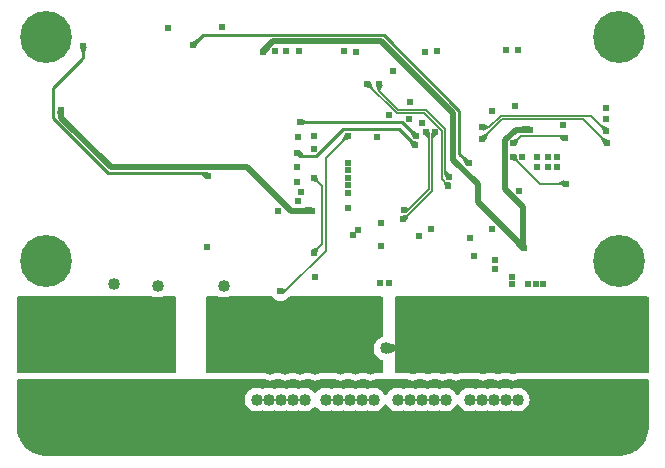
<source format=gbr>
%TF.GenerationSoftware,KiCad,Pcbnew,8.0.3-8.0.3-0~ubuntu24.04.1*%
%TF.CreationDate,2024-07-11T14:27:15+08:00*%
%TF.ProjectId,CawBMS,43617742-4d53-42e6-9b69-6361645f7063,rev?*%
%TF.SameCoordinates,Original*%
%TF.FileFunction,Copper,L4,Bot*%
%TF.FilePolarity,Positive*%
%FSLAX46Y46*%
G04 Gerber Fmt 4.6, Leading zero omitted, Abs format (unit mm)*
G04 Created by KiCad (PCBNEW 8.0.3-8.0.3-0~ubuntu24.04.1) date 2024-07-11 14:27:15*
%MOMM*%
%LPD*%
G01*
G04 APERTURE LIST*
G04 Aperture macros list*
%AMRoundRect*
0 Rectangle with rounded corners*
0 $1 Rounding radius*
0 $2 $3 $4 $5 $6 $7 $8 $9 X,Y pos of 4 corners*
0 Add a 4 corners polygon primitive as box body*
4,1,4,$2,$3,$4,$5,$6,$7,$8,$9,$2,$3,0*
0 Add four circle primitives for the rounded corners*
1,1,$1+$1,$2,$3*
1,1,$1+$1,$4,$5*
1,1,$1+$1,$6,$7*
1,1,$1+$1,$8,$9*
0 Add four rect primitives between the rounded corners*
20,1,$1+$1,$2,$3,$4,$5,0*
20,1,$1+$1,$4,$5,$6,$7,0*
20,1,$1+$1,$6,$7,$8,$9,0*
20,1,$1+$1,$8,$9,$2,$3,0*%
G04 Aperture macros list end*
%TA.AperFunction,ComponentPad*%
%ADD10C,0.700000*%
%TD*%
%TA.AperFunction,ComponentPad*%
%ADD11C,4.400000*%
%TD*%
%TA.AperFunction,ComponentPad*%
%ADD12RoundRect,1.500000X-1.000000X-1.000000X1.000000X-1.000000X1.000000X1.000000X-1.000000X1.000000X0*%
%TD*%
%TA.AperFunction,ViaPad*%
%ADD13C,0.609600*%
%TD*%
%TA.AperFunction,ViaPad*%
%ADD14C,1.016000*%
%TD*%
%TA.AperFunction,Conductor*%
%ADD15C,0.508000*%
%TD*%
%TA.AperFunction,Conductor*%
%ADD16C,0.254000*%
%TD*%
%TA.AperFunction,Conductor*%
%ADD17C,0.152400*%
%TD*%
G04 APERTURE END LIST*
D10*
%TO.P,H4,1,1*%
%TO.N,unconnected-(H4-Pad1)*%
X159350000Y-113500000D03*
X159833274Y-112333274D03*
X159833274Y-114666726D03*
X161000000Y-111850000D03*
D11*
X161000000Y-113500000D03*
D10*
X161000000Y-115150000D03*
X162166726Y-112333274D03*
X162166726Y-114666726D03*
X162650000Y-113500000D03*
%TD*%
%TO.P,H2,1,1*%
%TO.N,unconnected-(H2-Pad1)*%
X159350000Y-94500000D03*
X159833274Y-93333274D03*
X159833274Y-95666726D03*
X161000000Y-92850000D03*
D11*
X161000000Y-94500000D03*
D10*
X161000000Y-96150000D03*
X162166726Y-93333274D03*
X162166726Y-95666726D03*
X162650000Y-94500000D03*
%TD*%
%TO.P,H1,1,1*%
%TO.N,unconnected-(H1-Pad1)*%
X110850000Y-94500000D03*
X111333274Y-93333274D03*
X111333274Y-95666726D03*
X112500000Y-92850000D03*
D11*
X112500000Y-94500000D03*
D10*
X112500000Y-96150000D03*
X113666726Y-93333274D03*
X113666726Y-95666726D03*
X114150000Y-94500000D03*
%TD*%
D12*
%TO.P,H7,1,1*%
%TO.N,PACK+*%
X160528000Y-126627000D03*
%TD*%
%TO.P,H8,1,1*%
%TO.N,PACK-*%
X160528000Y-119181000D03*
%TD*%
%TO.P,H6,1,1*%
%TO.N,-BATT*%
X113030000Y-119173000D03*
%TD*%
%TO.P,H5,1,1*%
%TO.N,PACK+*%
X113030000Y-126492000D03*
%TD*%
D10*
%TO.P,H3,1,1*%
%TO.N,unconnected-(H3-Pad1)*%
X110850000Y-113500000D03*
X111333274Y-112333274D03*
X111333274Y-114666726D03*
X112500000Y-111850000D03*
D11*
X112500000Y-113500000D03*
D10*
X112500000Y-115150000D03*
X113666726Y-112333274D03*
X113666726Y-114666726D03*
X114150000Y-113500000D03*
%TD*%
D13*
%TO.N,+3.3V*%
X143250000Y-101490000D03*
X138049000Y-108966000D03*
X154559000Y-115450000D03*
X153289000Y-115443000D03*
X159880000Y-100520000D03*
X133820000Y-103000000D03*
X150210000Y-100830000D03*
X143300000Y-100010000D03*
X138460000Y-111320000D03*
X148732000Y-113106700D03*
X131840000Y-95740000D03*
X151460000Y-95620000D03*
X153924000Y-115443000D03*
X152527000Y-107569000D03*
X133800000Y-108410000D03*
X133760000Y-105530000D03*
X150241000Y-110744000D03*
X144570000Y-95760000D03*
X135128000Y-104013000D03*
X144018000Y-111379000D03*
X137700000Y-95750000D03*
X138890000Y-110860000D03*
%TO.N,GND*%
X140716000Y-115316000D03*
X126111000Y-112302500D03*
X152778012Y-104689298D03*
X155702000Y-105537000D03*
X133860000Y-95720000D03*
X138049000Y-105791000D03*
X152200000Y-100350000D03*
X132830000Y-95720000D03*
X150495000Y-113411000D03*
X140804604Y-112229604D03*
X156210000Y-101996500D03*
X144310000Y-101850000D03*
X138049000Y-107061000D03*
D14*
X118210000Y-115440000D03*
D13*
X151892000Y-114808000D03*
D14*
X121920000Y-115570000D03*
D13*
X145540000Y-95750000D03*
X151892000Y-115443000D03*
X141859000Y-97409000D03*
X127400000Y-93720000D03*
X159880000Y-101500000D03*
X135128000Y-102870000D03*
X150495000Y-114173000D03*
D14*
X127508000Y-115570000D03*
D13*
X145034000Y-110744000D03*
X148336000Y-111506000D03*
X154051000Y-105537000D03*
X141505857Y-101164143D03*
X154940000Y-105537000D03*
X135255000Y-114808000D03*
X133731000Y-106807000D03*
X154051000Y-104648000D03*
X154940000Y-104648000D03*
X155702000Y-104648000D03*
X138049000Y-107696000D03*
X140510000Y-102970000D03*
X138700000Y-95760000D03*
X152470000Y-95620000D03*
X140843000Y-110236000D03*
X132080000Y-109220000D03*
X141478000Y-115316000D03*
X122790000Y-93730000D03*
X134046000Y-107630000D03*
X138049000Y-106426000D03*
X138049000Y-105156000D03*
%TO.N,+5V*%
X130860000Y-95791400D03*
X152908000Y-112395000D03*
X153416000Y-102362000D03*
%TO.N,/BQ76920/VC1*%
X115650000Y-95270000D03*
X126170000Y-106290000D03*
%TO.N,/BQ76920/BAT*%
X113752000Y-100751000D03*
X135001000Y-109220000D03*
%TO.N,/ALERT*%
X138049000Y-102870000D03*
X132320000Y-116050000D03*
%TO.N,Net-(C25-Pad1)*%
X139954000Y-122809000D03*
X137414000Y-122174000D03*
X131445000Y-122809000D03*
X135255000Y-122809000D03*
X132715000Y-122174000D03*
X133985000Y-122174000D03*
X131445000Y-122174000D03*
X137414000Y-122809000D03*
D14*
X127762000Y-120904000D03*
D13*
X132715000Y-122809000D03*
X135255000Y-122174000D03*
X138684000Y-122174000D03*
X139954000Y-122174000D03*
D14*
X127762000Y-117094000D03*
D13*
X133985000Y-122809000D03*
D14*
X127762000Y-118872000D03*
D13*
X138684000Y-122809000D03*
%TO.N,PACK-*%
X150749000Y-122809000D03*
X146050000Y-122809000D03*
X149479000Y-122174000D03*
X147193000Y-122174000D03*
X152019000Y-122809000D03*
D14*
X155702000Y-119380000D03*
X155702000Y-121412000D03*
D13*
X143510000Y-122809000D03*
X149479000Y-122809000D03*
X144780000Y-122809000D03*
X147193000Y-122809000D03*
X146050000Y-122174000D03*
X143510000Y-122174000D03*
X150749000Y-122174000D03*
X144780000Y-122174000D03*
D14*
X141223500Y-120903500D03*
D13*
X152019000Y-122174000D03*
D14*
%TO.N,PACK+*%
X155702000Y-124206000D03*
X155702000Y-126238000D03*
%TO.N,-BATT*%
X121666000Y-119634000D03*
X121666000Y-120904000D03*
X118110000Y-119634000D03*
X118110000Y-121158000D03*
X121666000Y-118364000D03*
D13*
%TO.N,/SWDIO*%
X149410000Y-103180000D03*
X159950000Y-103500000D03*
%TO.N,/SWCLK*%
X149350000Y-102170000D03*
X159930000Y-102490000D03*
D14*
%TO.N,Net-(Q6-D-Pad5)*%
X142240000Y-125222000D03*
X144272000Y-125222000D03*
X136144000Y-125222000D03*
X148336000Y-125222000D03*
X133350000Y-125222000D03*
X152400000Y-125222000D03*
X139192000Y-125222000D03*
X145288000Y-125222000D03*
X149352000Y-125222000D03*
X146304000Y-125222000D03*
X151384000Y-125222000D03*
X134366000Y-125222000D03*
X140208000Y-125222000D03*
X137160000Y-125222000D03*
X130302000Y-125222000D03*
X132334000Y-125222000D03*
X138176000Y-125222000D03*
X150368000Y-125222000D03*
X131318000Y-125222000D03*
X143256000Y-125222000D03*
D13*
%TO.N,/I2C1_SCL*%
X142740143Y-109929857D03*
X145416100Y-102608036D03*
%TO.N,/I2C1_SDA*%
X142772223Y-109194454D03*
X144680000Y-102610000D03*
%TO.N,/LED_A*%
X133950000Y-101740000D03*
X143799667Y-102930110D03*
%TO.N,/LED_B*%
X133760000Y-104340784D03*
X143750000Y-103670000D03*
%TO.N,Net-(U4-TS1)*%
X135128000Y-112776000D03*
X135150000Y-106426000D03*
%TO.N,/KEY_A*%
X124930000Y-95233100D03*
X148290000Y-105240000D03*
%TO.N,/CAN_STB*%
X152042699Y-104655211D03*
X156464000Y-106934000D03*
%TO.N,/CAN_TX*%
X156386960Y-103122302D03*
X152041393Y-103526893D03*
%TO.N,/I2C2_SCL*%
X139690000Y-98490000D03*
X146550404Y-107128358D03*
%TO.N,/I2C2_SDA*%
X146561391Y-106392338D03*
X140700000Y-98480000D03*
%TD*%
D15*
%TO.N,+5V*%
X130860000Y-95750132D02*
X131720132Y-94890000D01*
X131720132Y-94890000D02*
X140840000Y-94890000D01*
X140840000Y-94890000D02*
X146940000Y-100990000D01*
X152905000Y-112395000D02*
X152908000Y-112395000D01*
X146940000Y-100990000D02*
X146940000Y-104922632D01*
X152236418Y-102362000D02*
X153416000Y-102362000D01*
X130860000Y-95791400D02*
X130860000Y-95750132D01*
X149013300Y-106995932D02*
X149013300Y-108503300D01*
X151355593Y-103242825D02*
X152236418Y-102362000D01*
X152900000Y-112387000D02*
X152900000Y-108911868D01*
X146940000Y-104922632D02*
X149013300Y-106995932D01*
X152908000Y-112395000D02*
X152900000Y-112387000D01*
X149013300Y-108503300D02*
X152905000Y-112395000D01*
X151355593Y-107367461D02*
X151355593Y-103242825D01*
X152900000Y-108911868D02*
X151355593Y-107367461D01*
D16*
%TO.N,/BQ76920/VC1*%
X117729000Y-106045000D02*
X113030000Y-101346000D01*
X126170000Y-106290000D02*
X125925000Y-106045000D01*
X115510000Y-96390000D02*
X115650000Y-96250000D01*
X113030000Y-101346000D02*
X113030000Y-98870000D01*
X113030000Y-98870000D02*
X115510000Y-96390000D01*
X125925000Y-106045000D02*
X117729000Y-106045000D01*
X115650000Y-96250000D02*
X115650000Y-95270000D01*
D15*
%TO.N,/BQ76920/BAT*%
X113752000Y-101349580D02*
X113752000Y-100751000D01*
X133190000Y-109220000D02*
X129507000Y-105537000D01*
X129507000Y-105537000D02*
X117939420Y-105537000D01*
X135001000Y-109220000D02*
X133190000Y-109220000D01*
X117939420Y-105537000D02*
X113752000Y-101349580D01*
D17*
%TO.N,/ALERT*%
X136144000Y-104775000D02*
X138049000Y-102870000D01*
X136144000Y-112606697D02*
X136144000Y-104775000D01*
X132700697Y-116050000D02*
X136144000Y-112606697D01*
X132320000Y-116050000D02*
X132700697Y-116050000D01*
D15*
%TO.N,PACK-*%
X142233500Y-120903500D02*
X143504000Y-122174000D01*
X141223500Y-120903500D02*
X142233500Y-120903500D01*
X143504000Y-122174000D02*
X143510000Y-122174000D01*
D17*
%TO.N,/SWDIO*%
X151101500Y-101488500D02*
X157938500Y-101488500D01*
X157938500Y-101488500D02*
X159950000Y-103500000D01*
X149410000Y-103180000D02*
X151101500Y-101488500D01*
%TO.N,/SWCLK*%
X150985769Y-101209100D02*
X158649100Y-101209100D01*
X158649100Y-101209100D02*
X159930000Y-102490000D01*
X149350000Y-102170000D02*
X150024868Y-102170000D01*
X150024868Y-102170000D02*
X150985769Y-101209100D01*
%TO.N,/I2C1_SCL*%
X142800143Y-109929857D02*
X142740143Y-109929857D01*
X145186400Y-102837736D02*
X145186400Y-107543599D01*
X145186400Y-107543599D02*
X142800143Y-109929857D01*
X145416100Y-102608036D02*
X145186400Y-102837736D01*
%TO.N,/I2C1_SDA*%
X144680000Y-102610000D02*
X144907000Y-102837000D01*
X144907000Y-102837000D02*
X144907000Y-107427868D01*
X143140414Y-109194454D02*
X142772223Y-109194454D01*
X144907000Y-107427868D02*
X143140414Y-109194454D01*
D16*
%TO.N,/LED_A*%
X142609557Y-101740000D02*
X133950000Y-101740000D01*
X143799667Y-102930110D02*
X142609557Y-101740000D01*
%TO.N,/LED_B*%
X133999216Y-104580000D02*
X135351263Y-104580000D01*
X137620063Y-102311200D02*
X142391200Y-102311200D01*
X142391200Y-102311200D02*
X143750000Y-103670000D01*
X135351263Y-104580000D02*
X137620063Y-102311200D01*
X133760000Y-104340784D02*
X133999216Y-104580000D01*
D17*
%TO.N,Net-(U4-TS1)*%
X135864600Y-112039400D02*
X135128000Y-112776000D01*
X135150000Y-106426000D02*
X135864600Y-107140600D01*
X135864600Y-107140600D02*
X135864600Y-112039400D01*
D16*
%TO.N,/KEY_A*%
X147460000Y-100760000D02*
X141070000Y-94370000D01*
X125793100Y-94370000D02*
X124930000Y-95233100D01*
X148290000Y-105240000D02*
X147460000Y-104410000D01*
X141070000Y-94370000D02*
X125793100Y-94370000D01*
X147460000Y-104410000D02*
X147460000Y-100760000D01*
D17*
%TO.N,/CAN_STB*%
X154305000Y-106934000D02*
X156464000Y-106934000D01*
X152042699Y-104655211D02*
X152042699Y-104671699D01*
X152042699Y-104671699D02*
X154305000Y-106934000D01*
%TO.N,/CAN_TX*%
X156134658Y-102870000D02*
X156386960Y-103122302D01*
X152698286Y-102870000D02*
X156134658Y-102870000D01*
X152041393Y-103526893D02*
X152698286Y-102870000D01*
%TO.N,/I2C2_SCL*%
X146000000Y-102470000D02*
X144512000Y-100982000D01*
X142182000Y-100982000D02*
X139690000Y-98490000D01*
X146000000Y-106577954D02*
X146000000Y-102470000D01*
X146550404Y-107128358D02*
X146000000Y-106577954D01*
X144512000Y-100982000D02*
X142182000Y-100982000D01*
%TO.N,/I2C2_SDA*%
X140700000Y-99104868D02*
X140700000Y-98480000D01*
X142297732Y-100702600D02*
X140700000Y-99104868D01*
X146561391Y-106392338D02*
X146279400Y-106110347D01*
X144627732Y-100702600D02*
X142297732Y-100702600D01*
X146279400Y-102354269D02*
X144627732Y-100702600D01*
X146279400Y-106110347D02*
X146279400Y-102354269D01*
%TD*%
%TA.AperFunction,Conductor*%
%TO.N,Net-(C25-Pad1)*%
G36*
X127117224Y-116505339D02*
G01*
X127120193Y-116506239D01*
X127120196Y-116506241D01*
X127310299Y-116563908D01*
X127310298Y-116563908D01*
X127328024Y-116565653D01*
X127508000Y-116583380D01*
X127705701Y-116563908D01*
X127895804Y-116506241D01*
X127895805Y-116506239D01*
X127898776Y-116505339D01*
X127934771Y-116500000D01*
X131583144Y-116500000D01*
X131650183Y-116519685D01*
X131680921Y-116550739D01*
X131682064Y-116549828D01*
X131686407Y-116555274D01*
X131814725Y-116683592D01*
X131814731Y-116683597D01*
X131968374Y-116780138D01*
X131968377Y-116780140D01*
X131968381Y-116780141D01*
X131968382Y-116780142D01*
X132139670Y-116840078D01*
X132139675Y-116840079D01*
X132319996Y-116860396D01*
X132320000Y-116860396D01*
X132320004Y-116860396D01*
X132500324Y-116840079D01*
X132500327Y-116840078D01*
X132500330Y-116840078D01*
X132671618Y-116780142D01*
X132825274Y-116683593D01*
X132845074Y-116663791D01*
X132866755Y-116646496D01*
X132870945Y-116643863D01*
X132958890Y-116569171D01*
X132977149Y-116556305D01*
X133040579Y-116519685D01*
X133045902Y-116516612D01*
X133107900Y-116500000D01*
X140876000Y-116500000D01*
X140943039Y-116519685D01*
X140988794Y-116572489D01*
X141000000Y-116624000D01*
X141000000Y-119825453D01*
X140980315Y-119892492D01*
X140927511Y-119938247D01*
X140911996Y-119944113D01*
X140835694Y-119967259D01*
X140660501Y-120060901D01*
X140660494Y-120060905D01*
X140506931Y-120186931D01*
X140380905Y-120340494D01*
X140380901Y-120340501D01*
X140287260Y-120515691D01*
X140229591Y-120705800D01*
X140210120Y-120903500D01*
X140229591Y-121101199D01*
X140287260Y-121291308D01*
X140380901Y-121466498D01*
X140380905Y-121466505D01*
X140506931Y-121620068D01*
X140553152Y-121658000D01*
X140660496Y-121746095D01*
X140835696Y-121839741D01*
X140911997Y-121862886D01*
X140970434Y-121901183D01*
X140998890Y-121964995D01*
X141000000Y-121981546D01*
X141000000Y-122870500D01*
X140980315Y-122937539D01*
X140927511Y-122983294D01*
X140876000Y-122994500D01*
X140403636Y-122994500D01*
X140403629Y-122994501D01*
X140263687Y-123014257D01*
X140263686Y-123014257D01*
X140197723Y-123033262D01*
X140197722Y-123033262D01*
X140119643Y-123068199D01*
X140109953Y-123072054D01*
X140034324Y-123098518D01*
X140007254Y-123104696D01*
X139973852Y-123108460D01*
X139967880Y-123109133D01*
X139940118Y-123109133D01*
X139900745Y-123104696D01*
X139873688Y-123098522D01*
X139870492Y-123097404D01*
X139870485Y-123097402D01*
X139798032Y-123072050D01*
X139788340Y-123068193D01*
X139710284Y-123033265D01*
X139710282Y-123033264D01*
X139710281Y-123033264D01*
X139688290Y-123026928D01*
X139644310Y-123014257D01*
X139522426Y-122997050D01*
X139504364Y-122994500D01*
X139133636Y-122994500D01*
X139133629Y-122994501D01*
X138993687Y-123014257D01*
X138993686Y-123014257D01*
X138927723Y-123033262D01*
X138927722Y-123033262D01*
X138849643Y-123068199D01*
X138839953Y-123072054D01*
X138764324Y-123098518D01*
X138737254Y-123104696D01*
X138703852Y-123108460D01*
X138697880Y-123109133D01*
X138670118Y-123109133D01*
X138630745Y-123104696D01*
X138603688Y-123098522D01*
X138600492Y-123097404D01*
X138600485Y-123097402D01*
X138528032Y-123072050D01*
X138518340Y-123068193D01*
X138440284Y-123033265D01*
X138440282Y-123033264D01*
X138440281Y-123033264D01*
X138418290Y-123026928D01*
X138374310Y-123014257D01*
X138252426Y-122997050D01*
X138234364Y-122994500D01*
X137863636Y-122994500D01*
X137863629Y-122994501D01*
X137723687Y-123014257D01*
X137723686Y-123014257D01*
X137657723Y-123033262D01*
X137657722Y-123033262D01*
X137579643Y-123068199D01*
X137569953Y-123072054D01*
X137494324Y-123098518D01*
X137467254Y-123104696D01*
X137433852Y-123108460D01*
X137427880Y-123109133D01*
X137400118Y-123109133D01*
X137360745Y-123104696D01*
X137333688Y-123098522D01*
X137330492Y-123097404D01*
X137330485Y-123097402D01*
X137258032Y-123072050D01*
X137248340Y-123068193D01*
X137170284Y-123033265D01*
X137170282Y-123033264D01*
X137170281Y-123033264D01*
X137148290Y-123026928D01*
X137104310Y-123014257D01*
X136982426Y-122997050D01*
X136964364Y-122994500D01*
X135704636Y-122994500D01*
X135704629Y-122994501D01*
X135564687Y-123014257D01*
X135564686Y-123014257D01*
X135498723Y-123033262D01*
X135498722Y-123033262D01*
X135420643Y-123068199D01*
X135410953Y-123072054D01*
X135335324Y-123098518D01*
X135308254Y-123104696D01*
X135274852Y-123108460D01*
X135268880Y-123109133D01*
X135241118Y-123109133D01*
X135201745Y-123104696D01*
X135174688Y-123098522D01*
X135171492Y-123097404D01*
X135171485Y-123097402D01*
X135099032Y-123072050D01*
X135089340Y-123068193D01*
X135011284Y-123033265D01*
X135011282Y-123033264D01*
X135011281Y-123033264D01*
X134989290Y-123026928D01*
X134945310Y-123014257D01*
X134823426Y-122997050D01*
X134805364Y-122994500D01*
X134434636Y-122994500D01*
X134434629Y-122994501D01*
X134294687Y-123014257D01*
X134294686Y-123014257D01*
X134228723Y-123033262D01*
X134228722Y-123033262D01*
X134150643Y-123068199D01*
X134140953Y-123072054D01*
X134065324Y-123098518D01*
X134038254Y-123104696D01*
X134004852Y-123108460D01*
X133998880Y-123109133D01*
X133971118Y-123109133D01*
X133931745Y-123104696D01*
X133904688Y-123098522D01*
X133901492Y-123097404D01*
X133901485Y-123097402D01*
X133829032Y-123072050D01*
X133819340Y-123068193D01*
X133741284Y-123033265D01*
X133741282Y-123033264D01*
X133741281Y-123033264D01*
X133719290Y-123026928D01*
X133675310Y-123014257D01*
X133553426Y-122997050D01*
X133535364Y-122994500D01*
X133164636Y-122994500D01*
X133164629Y-122994501D01*
X133024687Y-123014257D01*
X133024686Y-123014257D01*
X132958723Y-123033262D01*
X132958722Y-123033262D01*
X132880643Y-123068199D01*
X132870953Y-123072054D01*
X132795324Y-123098518D01*
X132768254Y-123104696D01*
X132734852Y-123108460D01*
X132728880Y-123109133D01*
X132701118Y-123109133D01*
X132661745Y-123104696D01*
X132634688Y-123098522D01*
X132631492Y-123097404D01*
X132631485Y-123097402D01*
X132559032Y-123072050D01*
X132549340Y-123068193D01*
X132471284Y-123033265D01*
X132471282Y-123033264D01*
X132471281Y-123033264D01*
X132449290Y-123026928D01*
X132405310Y-123014257D01*
X132283426Y-122997050D01*
X132265364Y-122994500D01*
X131894636Y-122994500D01*
X131894629Y-122994501D01*
X131754687Y-123014257D01*
X131754686Y-123014257D01*
X131688723Y-123033262D01*
X131688722Y-123033262D01*
X131610643Y-123068199D01*
X131600953Y-123072054D01*
X131525324Y-123098518D01*
X131498254Y-123104696D01*
X131464852Y-123108460D01*
X131458880Y-123109133D01*
X131431118Y-123109133D01*
X131391745Y-123104696D01*
X131364688Y-123098522D01*
X131361492Y-123097404D01*
X131361485Y-123097402D01*
X131289032Y-123072050D01*
X131279340Y-123068193D01*
X131201284Y-123033265D01*
X131201282Y-123033264D01*
X131201281Y-123033264D01*
X131179290Y-123026928D01*
X131135310Y-123014257D01*
X131013426Y-122997050D01*
X130995364Y-122994500D01*
X126124000Y-122994500D01*
X126056961Y-122974815D01*
X126011206Y-122922011D01*
X126000000Y-122870500D01*
X126000000Y-116624000D01*
X126019685Y-116556961D01*
X126072489Y-116511206D01*
X126124000Y-116500000D01*
X127081229Y-116500000D01*
X127117224Y-116505339D01*
G37*
%TD.AperFunction*%
%TD*%
%TA.AperFunction,Conductor*%
%TO.N,PACK-*%
G36*
X163443039Y-116519685D02*
G01*
X163488794Y-116572489D01*
X163500000Y-116624000D01*
X163500000Y-122876000D01*
X163480315Y-122943039D01*
X163427511Y-122988794D01*
X163376000Y-123000000D01*
X142124000Y-123000000D01*
X142056961Y-122980315D01*
X142011206Y-122927511D01*
X142000000Y-122876000D01*
X142000000Y-116624000D01*
X142019685Y-116556961D01*
X142072489Y-116511206D01*
X142124000Y-116500000D01*
X163376000Y-116500000D01*
X163443039Y-116519685D01*
G37*
%TD.AperFunction*%
%TD*%
%TA.AperFunction,Conductor*%
%TO.N,-BATT*%
G36*
X121529224Y-116505339D02*
G01*
X121532193Y-116506239D01*
X121532196Y-116506241D01*
X121722299Y-116563908D01*
X121722298Y-116563908D01*
X121740024Y-116565653D01*
X121920000Y-116583380D01*
X122117701Y-116563908D01*
X122307804Y-116506241D01*
X122307805Y-116506239D01*
X122310776Y-116505339D01*
X122346771Y-116500000D01*
X123376000Y-116500000D01*
X123443039Y-116519685D01*
X123488794Y-116572489D01*
X123500000Y-116624000D01*
X123500000Y-122876000D01*
X123480315Y-122943039D01*
X123427511Y-122988794D01*
X123376000Y-123000000D01*
X110124000Y-123000000D01*
X110056961Y-122980315D01*
X110011206Y-122927511D01*
X110000000Y-122876000D01*
X110000000Y-116624000D01*
X110019685Y-116556961D01*
X110072489Y-116511206D01*
X110124000Y-116500000D01*
X121493229Y-116500000D01*
X121529224Y-116505339D01*
G37*
%TD.AperFunction*%
%TD*%
%TA.AperFunction,Conductor*%
%TO.N,PACK+*%
G36*
X131061337Y-123519007D02*
G01*
X131093379Y-123539140D01*
X131093377Y-123539140D01*
X131093381Y-123539141D01*
X131093382Y-123539142D01*
X131204401Y-123577989D01*
X131264670Y-123599078D01*
X131264675Y-123599079D01*
X131444996Y-123619396D01*
X131445000Y-123619396D01*
X131445004Y-123619396D01*
X131625324Y-123599079D01*
X131625327Y-123599078D01*
X131625330Y-123599078D01*
X131796618Y-123539142D01*
X131805093Y-123533816D01*
X131828663Y-123519007D01*
X131894636Y-123500000D01*
X132265364Y-123500000D01*
X132331337Y-123519007D01*
X132363379Y-123539140D01*
X132363377Y-123539140D01*
X132363381Y-123539141D01*
X132363382Y-123539142D01*
X132474401Y-123577989D01*
X132534670Y-123599078D01*
X132534675Y-123599079D01*
X132714996Y-123619396D01*
X132715000Y-123619396D01*
X132715004Y-123619396D01*
X132895324Y-123599079D01*
X132895327Y-123599078D01*
X132895330Y-123599078D01*
X133066618Y-123539142D01*
X133075093Y-123533816D01*
X133098663Y-123519007D01*
X133164636Y-123500000D01*
X133535364Y-123500000D01*
X133601337Y-123519007D01*
X133633379Y-123539140D01*
X133633377Y-123539140D01*
X133633381Y-123539141D01*
X133633382Y-123539142D01*
X133744401Y-123577989D01*
X133804670Y-123599078D01*
X133804675Y-123599079D01*
X133984996Y-123619396D01*
X133985000Y-123619396D01*
X133985004Y-123619396D01*
X134165324Y-123599079D01*
X134165327Y-123599078D01*
X134165330Y-123599078D01*
X134336618Y-123539142D01*
X134345093Y-123533816D01*
X134368663Y-123519007D01*
X134434636Y-123500000D01*
X134805364Y-123500000D01*
X134871337Y-123519007D01*
X134903379Y-123539140D01*
X134903377Y-123539140D01*
X134903381Y-123539141D01*
X134903382Y-123539142D01*
X135014401Y-123577989D01*
X135074670Y-123599078D01*
X135074675Y-123599079D01*
X135254996Y-123619396D01*
X135255000Y-123619396D01*
X135255004Y-123619396D01*
X135435324Y-123599079D01*
X135435327Y-123599078D01*
X135435330Y-123599078D01*
X135606618Y-123539142D01*
X135615093Y-123533816D01*
X135638663Y-123519007D01*
X135704636Y-123500000D01*
X136964364Y-123500000D01*
X137030337Y-123519007D01*
X137062379Y-123539140D01*
X137062377Y-123539140D01*
X137062381Y-123539141D01*
X137062382Y-123539142D01*
X137173401Y-123577989D01*
X137233670Y-123599078D01*
X137233675Y-123599079D01*
X137413996Y-123619396D01*
X137414000Y-123619396D01*
X137414004Y-123619396D01*
X137594324Y-123599079D01*
X137594327Y-123599078D01*
X137594330Y-123599078D01*
X137765618Y-123539142D01*
X137774093Y-123533816D01*
X137797663Y-123519007D01*
X137863636Y-123500000D01*
X138234364Y-123500000D01*
X138300337Y-123519007D01*
X138332379Y-123539140D01*
X138332377Y-123539140D01*
X138332381Y-123539141D01*
X138332382Y-123539142D01*
X138443401Y-123577989D01*
X138503670Y-123599078D01*
X138503675Y-123599079D01*
X138683996Y-123619396D01*
X138684000Y-123619396D01*
X138684004Y-123619396D01*
X138864324Y-123599079D01*
X138864327Y-123599078D01*
X138864330Y-123599078D01*
X139035618Y-123539142D01*
X139044093Y-123533816D01*
X139067663Y-123519007D01*
X139133636Y-123500000D01*
X139504364Y-123500000D01*
X139570337Y-123519007D01*
X139602379Y-123539140D01*
X139602377Y-123539140D01*
X139602381Y-123539141D01*
X139602382Y-123539142D01*
X139713401Y-123577989D01*
X139773670Y-123599078D01*
X139773675Y-123599079D01*
X139953996Y-123619396D01*
X139954000Y-123619396D01*
X139954004Y-123619396D01*
X140134324Y-123599079D01*
X140134327Y-123599078D01*
X140134330Y-123599078D01*
X140305618Y-123539142D01*
X140314093Y-123533816D01*
X140337663Y-123519007D01*
X140403636Y-123500000D01*
X142076877Y-123500000D01*
X142094523Y-123501262D01*
X142097650Y-123501711D01*
X142124000Y-123505500D01*
X143069117Y-123505500D01*
X143135090Y-123524507D01*
X143158379Y-123539140D01*
X143158377Y-123539140D01*
X143158381Y-123539141D01*
X143158382Y-123539142D01*
X143269401Y-123577989D01*
X143329670Y-123599078D01*
X143329675Y-123599079D01*
X143509996Y-123619396D01*
X143510000Y-123619396D01*
X143510004Y-123619396D01*
X143690324Y-123599079D01*
X143690327Y-123599078D01*
X143690330Y-123599078D01*
X143861618Y-123539142D01*
X143867831Y-123535237D01*
X143884910Y-123524507D01*
X143950883Y-123505500D01*
X144339117Y-123505500D01*
X144405090Y-123524507D01*
X144428379Y-123539140D01*
X144428377Y-123539140D01*
X144428381Y-123539141D01*
X144428382Y-123539142D01*
X144539401Y-123577989D01*
X144599670Y-123599078D01*
X144599675Y-123599079D01*
X144779996Y-123619396D01*
X144780000Y-123619396D01*
X144780004Y-123619396D01*
X144960324Y-123599079D01*
X144960327Y-123599078D01*
X144960330Y-123599078D01*
X145131618Y-123539142D01*
X145137831Y-123535237D01*
X145154910Y-123524507D01*
X145220883Y-123505500D01*
X145609117Y-123505500D01*
X145675090Y-123524507D01*
X145698379Y-123539140D01*
X145698377Y-123539140D01*
X145698381Y-123539141D01*
X145698382Y-123539142D01*
X145809401Y-123577989D01*
X145869670Y-123599078D01*
X145869675Y-123599079D01*
X146049996Y-123619396D01*
X146050000Y-123619396D01*
X146050004Y-123619396D01*
X146230324Y-123599079D01*
X146230327Y-123599078D01*
X146230330Y-123599078D01*
X146401618Y-123539142D01*
X146407831Y-123535237D01*
X146424910Y-123524507D01*
X146490883Y-123505500D01*
X146752117Y-123505500D01*
X146818090Y-123524507D01*
X146841379Y-123539140D01*
X146841377Y-123539140D01*
X146841381Y-123539141D01*
X146841382Y-123539142D01*
X146952401Y-123577989D01*
X147012670Y-123599078D01*
X147012675Y-123599079D01*
X147192996Y-123619396D01*
X147193000Y-123619396D01*
X147193004Y-123619396D01*
X147373324Y-123599079D01*
X147373327Y-123599078D01*
X147373330Y-123599078D01*
X147544618Y-123539142D01*
X147550831Y-123535237D01*
X147567910Y-123524507D01*
X147633883Y-123505500D01*
X149038117Y-123505500D01*
X149104090Y-123524507D01*
X149127379Y-123539140D01*
X149127377Y-123539140D01*
X149127381Y-123539141D01*
X149127382Y-123539142D01*
X149238401Y-123577989D01*
X149298670Y-123599078D01*
X149298675Y-123599079D01*
X149478996Y-123619396D01*
X149479000Y-123619396D01*
X149479004Y-123619396D01*
X149659324Y-123599079D01*
X149659327Y-123599078D01*
X149659330Y-123599078D01*
X149830618Y-123539142D01*
X149836831Y-123535237D01*
X149853910Y-123524507D01*
X149919883Y-123505500D01*
X150308117Y-123505500D01*
X150374090Y-123524507D01*
X150397379Y-123539140D01*
X150397377Y-123539140D01*
X150397381Y-123539141D01*
X150397382Y-123539142D01*
X150508401Y-123577989D01*
X150568670Y-123599078D01*
X150568675Y-123599079D01*
X150748996Y-123619396D01*
X150749000Y-123619396D01*
X150749004Y-123619396D01*
X150929324Y-123599079D01*
X150929327Y-123599078D01*
X150929330Y-123599078D01*
X151100618Y-123539142D01*
X151106831Y-123535237D01*
X151123910Y-123524507D01*
X151189883Y-123505500D01*
X151578117Y-123505500D01*
X151644090Y-123524507D01*
X151667379Y-123539140D01*
X151667377Y-123539140D01*
X151667381Y-123539141D01*
X151667382Y-123539142D01*
X151778401Y-123577989D01*
X151838670Y-123599078D01*
X151838675Y-123599079D01*
X152018996Y-123619396D01*
X152019000Y-123619396D01*
X152019004Y-123619396D01*
X152199324Y-123599079D01*
X152199327Y-123599078D01*
X152199330Y-123599078D01*
X152370618Y-123539142D01*
X152376831Y-123535237D01*
X152393910Y-123524507D01*
X152459883Y-123505500D01*
X163376000Y-123505500D01*
X163443039Y-123525185D01*
X163488794Y-123577989D01*
X163500000Y-123629500D01*
X163500000Y-127499012D01*
X163499983Y-127501039D01*
X163497440Y-127656571D01*
X163496396Y-127670729D01*
X163455655Y-127980187D01*
X163452491Y-127996096D01*
X163371967Y-128296612D01*
X163366753Y-128311971D01*
X163247696Y-128599400D01*
X163240522Y-128613947D01*
X163084967Y-128883377D01*
X163075956Y-128896863D01*
X162886562Y-129143686D01*
X162875867Y-129155881D01*
X162655881Y-129375867D01*
X162643686Y-129386562D01*
X162396863Y-129575956D01*
X162383377Y-129584967D01*
X162113947Y-129740522D01*
X162099400Y-129747696D01*
X161811971Y-129866753D01*
X161796612Y-129871967D01*
X161496096Y-129952491D01*
X161480187Y-129955655D01*
X161170729Y-129996396D01*
X161156571Y-129997440D01*
X161001040Y-129999983D01*
X160999013Y-130000000D01*
X112500987Y-130000000D01*
X112498960Y-129999983D01*
X112343428Y-129997440D01*
X112329270Y-129996396D01*
X112019812Y-129955655D01*
X112003903Y-129952491D01*
X111703387Y-129871967D01*
X111688028Y-129866753D01*
X111400599Y-129747696D01*
X111386052Y-129740522D01*
X111116622Y-129584967D01*
X111103136Y-129575956D01*
X110856313Y-129386562D01*
X110844118Y-129375867D01*
X110624132Y-129155881D01*
X110613437Y-129143686D01*
X110424043Y-128896863D01*
X110415032Y-128883377D01*
X110259477Y-128613947D01*
X110252303Y-128599400D01*
X110133246Y-128311971D01*
X110128032Y-128296612D01*
X110112921Y-128240218D01*
X110047506Y-127996087D01*
X110044345Y-127980196D01*
X110003602Y-127670718D01*
X110002559Y-127656582D01*
X110000017Y-127501038D01*
X110000000Y-127499012D01*
X110000000Y-125222000D01*
X129288620Y-125222000D01*
X129308091Y-125419699D01*
X129365760Y-125609808D01*
X129459401Y-125784998D01*
X129459405Y-125785005D01*
X129585431Y-125938568D01*
X129738994Y-126064594D01*
X129739001Y-126064598D01*
X129914191Y-126158239D01*
X129914193Y-126158239D01*
X129914196Y-126158241D01*
X130104299Y-126215908D01*
X130104298Y-126215908D01*
X130122024Y-126217653D01*
X130302000Y-126235380D01*
X130499701Y-126215908D01*
X130689804Y-126158241D01*
X130751546Y-126125238D01*
X130819949Y-126110997D01*
X130868452Y-126125238D01*
X130930196Y-126158241D01*
X131120299Y-126215908D01*
X131120298Y-126215908D01*
X131138024Y-126217653D01*
X131318000Y-126235380D01*
X131515701Y-126215908D01*
X131705804Y-126158241D01*
X131767546Y-126125238D01*
X131835949Y-126110997D01*
X131884452Y-126125238D01*
X131946196Y-126158241D01*
X132136299Y-126215908D01*
X132136298Y-126215908D01*
X132154024Y-126217653D01*
X132334000Y-126235380D01*
X132531701Y-126215908D01*
X132721804Y-126158241D01*
X132783546Y-126125238D01*
X132851949Y-126110997D01*
X132900452Y-126125238D01*
X132962196Y-126158241D01*
X133152299Y-126215908D01*
X133152298Y-126215908D01*
X133170024Y-126217653D01*
X133350000Y-126235380D01*
X133547701Y-126215908D01*
X133737804Y-126158241D01*
X133799546Y-126125238D01*
X133867949Y-126110997D01*
X133916452Y-126125238D01*
X133978196Y-126158241D01*
X134168299Y-126215908D01*
X134168298Y-126215908D01*
X134186024Y-126217653D01*
X134366000Y-126235380D01*
X134563701Y-126215908D01*
X134753804Y-126158241D01*
X134929004Y-126064595D01*
X135082568Y-125938568D01*
X135159147Y-125845257D01*
X135216893Y-125805923D01*
X135286737Y-125804052D01*
X135346505Y-125840240D01*
X135350853Y-125845257D01*
X135427431Y-125938568D01*
X135580994Y-126064594D01*
X135581001Y-126064598D01*
X135756191Y-126158239D01*
X135756193Y-126158239D01*
X135756196Y-126158241D01*
X135946299Y-126215908D01*
X135946298Y-126215908D01*
X135964024Y-126217653D01*
X136144000Y-126235380D01*
X136341701Y-126215908D01*
X136531804Y-126158241D01*
X136593546Y-126125238D01*
X136661949Y-126110997D01*
X136710452Y-126125238D01*
X136772196Y-126158241D01*
X136962299Y-126215908D01*
X136962298Y-126215908D01*
X136980024Y-126217653D01*
X137160000Y-126235380D01*
X137357701Y-126215908D01*
X137547804Y-126158241D01*
X137609546Y-126125238D01*
X137677949Y-126110997D01*
X137726452Y-126125238D01*
X137788196Y-126158241D01*
X137978299Y-126215908D01*
X137978298Y-126215908D01*
X137996024Y-126217653D01*
X138176000Y-126235380D01*
X138373701Y-126215908D01*
X138563804Y-126158241D01*
X138625546Y-126125238D01*
X138693949Y-126110997D01*
X138742452Y-126125238D01*
X138804196Y-126158241D01*
X138994299Y-126215908D01*
X138994298Y-126215908D01*
X139012024Y-126217653D01*
X139192000Y-126235380D01*
X139389701Y-126215908D01*
X139579804Y-126158241D01*
X139641546Y-126125238D01*
X139709949Y-126110997D01*
X139758452Y-126125238D01*
X139820196Y-126158241D01*
X140010299Y-126215908D01*
X140010298Y-126215908D01*
X140028024Y-126217653D01*
X140208000Y-126235380D01*
X140405701Y-126215908D01*
X140595804Y-126158241D01*
X140771004Y-126064595D01*
X140924568Y-125938568D01*
X141050595Y-125785004D01*
X141097000Y-125698186D01*
X141114642Y-125665181D01*
X141163604Y-125615337D01*
X141231741Y-125599876D01*
X141297421Y-125623707D01*
X141333358Y-125665181D01*
X141397401Y-125784998D01*
X141397405Y-125785005D01*
X141523431Y-125938568D01*
X141676994Y-126064594D01*
X141677001Y-126064598D01*
X141852191Y-126158239D01*
X141852193Y-126158239D01*
X141852196Y-126158241D01*
X142042299Y-126215908D01*
X142042298Y-126215908D01*
X142060024Y-126217653D01*
X142240000Y-126235380D01*
X142437701Y-126215908D01*
X142627804Y-126158241D01*
X142689546Y-126125238D01*
X142757949Y-126110997D01*
X142806452Y-126125238D01*
X142868196Y-126158241D01*
X143058299Y-126215908D01*
X143058298Y-126215908D01*
X143076024Y-126217653D01*
X143256000Y-126235380D01*
X143453701Y-126215908D01*
X143643804Y-126158241D01*
X143705546Y-126125238D01*
X143773949Y-126110997D01*
X143822452Y-126125238D01*
X143884196Y-126158241D01*
X144074299Y-126215908D01*
X144074298Y-126215908D01*
X144092024Y-126217653D01*
X144272000Y-126235380D01*
X144469701Y-126215908D01*
X144659804Y-126158241D01*
X144721546Y-126125238D01*
X144789949Y-126110997D01*
X144838452Y-126125238D01*
X144900196Y-126158241D01*
X145090299Y-126215908D01*
X145090298Y-126215908D01*
X145108024Y-126217653D01*
X145288000Y-126235380D01*
X145485701Y-126215908D01*
X145675804Y-126158241D01*
X145737546Y-126125238D01*
X145805949Y-126110997D01*
X145854452Y-126125238D01*
X145916196Y-126158241D01*
X146106299Y-126215908D01*
X146106298Y-126215908D01*
X146124024Y-126217653D01*
X146304000Y-126235380D01*
X146501701Y-126215908D01*
X146691804Y-126158241D01*
X146867004Y-126064595D01*
X147020568Y-125938568D01*
X147146595Y-125785004D01*
X147193000Y-125698186D01*
X147210642Y-125665181D01*
X147259604Y-125615337D01*
X147327741Y-125599876D01*
X147393421Y-125623707D01*
X147429358Y-125665181D01*
X147493401Y-125784998D01*
X147493405Y-125785005D01*
X147619431Y-125938568D01*
X147772994Y-126064594D01*
X147773001Y-126064598D01*
X147948191Y-126158239D01*
X147948193Y-126158239D01*
X147948196Y-126158241D01*
X148138299Y-126215908D01*
X148138298Y-126215908D01*
X148156024Y-126217653D01*
X148336000Y-126235380D01*
X148533701Y-126215908D01*
X148723804Y-126158241D01*
X148785546Y-126125238D01*
X148853949Y-126110997D01*
X148902452Y-126125238D01*
X148964196Y-126158241D01*
X149154299Y-126215908D01*
X149154298Y-126215908D01*
X149172024Y-126217653D01*
X149352000Y-126235380D01*
X149549701Y-126215908D01*
X149739804Y-126158241D01*
X149801546Y-126125238D01*
X149869949Y-126110997D01*
X149918452Y-126125238D01*
X149980196Y-126158241D01*
X150170299Y-126215908D01*
X150170298Y-126215908D01*
X150188024Y-126217653D01*
X150368000Y-126235380D01*
X150565701Y-126215908D01*
X150755804Y-126158241D01*
X150817546Y-126125238D01*
X150885949Y-126110997D01*
X150934452Y-126125238D01*
X150996196Y-126158241D01*
X151186299Y-126215908D01*
X151186298Y-126215908D01*
X151204024Y-126217653D01*
X151384000Y-126235380D01*
X151581701Y-126215908D01*
X151771804Y-126158241D01*
X151833546Y-126125238D01*
X151901949Y-126110997D01*
X151950452Y-126125238D01*
X152012196Y-126158241D01*
X152202299Y-126215908D01*
X152202298Y-126215908D01*
X152220024Y-126217653D01*
X152400000Y-126235380D01*
X152597701Y-126215908D01*
X152787804Y-126158241D01*
X152963004Y-126064595D01*
X153116568Y-125938568D01*
X153242595Y-125785004D01*
X153298782Y-125679884D01*
X153336239Y-125609808D01*
X153336239Y-125609807D01*
X153336241Y-125609804D01*
X153393908Y-125419701D01*
X153413380Y-125222000D01*
X153393908Y-125024299D01*
X153336241Y-124834196D01*
X153336239Y-124834193D01*
X153336239Y-124834191D01*
X153242598Y-124659001D01*
X153242594Y-124658994D01*
X153116568Y-124505431D01*
X152963005Y-124379405D01*
X152962998Y-124379401D01*
X152787808Y-124285760D01*
X152692752Y-124256925D01*
X152597701Y-124228092D01*
X152597699Y-124228091D01*
X152597701Y-124228091D01*
X152400000Y-124208620D01*
X152202302Y-124228091D01*
X152202299Y-124228092D01*
X152012196Y-124285759D01*
X152012192Y-124285760D01*
X152012192Y-124285761D01*
X151950452Y-124318761D01*
X151882049Y-124333002D01*
X151833548Y-124318761D01*
X151807452Y-124304813D01*
X151771804Y-124285759D01*
X151581701Y-124228092D01*
X151581699Y-124228091D01*
X151581697Y-124228091D01*
X151384000Y-124208620D01*
X151186302Y-124228091D01*
X151186299Y-124228092D01*
X150996196Y-124285759D01*
X150996192Y-124285760D01*
X150996192Y-124285761D01*
X150934452Y-124318761D01*
X150866049Y-124333002D01*
X150817548Y-124318761D01*
X150791452Y-124304813D01*
X150755804Y-124285759D01*
X150565701Y-124228092D01*
X150565699Y-124228091D01*
X150565697Y-124228091D01*
X150368000Y-124208620D01*
X150170302Y-124228091D01*
X150170299Y-124228092D01*
X149980196Y-124285759D01*
X149980192Y-124285760D01*
X149980192Y-124285761D01*
X149918452Y-124318761D01*
X149850049Y-124333002D01*
X149801548Y-124318761D01*
X149775452Y-124304813D01*
X149739804Y-124285759D01*
X149549701Y-124228092D01*
X149549699Y-124228091D01*
X149549697Y-124228091D01*
X149352000Y-124208620D01*
X149154302Y-124228091D01*
X149154299Y-124228092D01*
X148964196Y-124285759D01*
X148964192Y-124285760D01*
X148964192Y-124285761D01*
X148902452Y-124318761D01*
X148834049Y-124333002D01*
X148785548Y-124318761D01*
X148759452Y-124304813D01*
X148723804Y-124285759D01*
X148533701Y-124228092D01*
X148533699Y-124228091D01*
X148533697Y-124228091D01*
X148336000Y-124208620D01*
X148138300Y-124228091D01*
X147948191Y-124285760D01*
X147773001Y-124379401D01*
X147772994Y-124379405D01*
X147619431Y-124505431D01*
X147493405Y-124658994D01*
X147493401Y-124659001D01*
X147429358Y-124778818D01*
X147380396Y-124828662D01*
X147312258Y-124844123D01*
X147246579Y-124820291D01*
X147210642Y-124778818D01*
X147146598Y-124659001D01*
X147146594Y-124658994D01*
X147020568Y-124505431D01*
X146867005Y-124379405D01*
X146866998Y-124379401D01*
X146691808Y-124285760D01*
X146596752Y-124256925D01*
X146501701Y-124228092D01*
X146501699Y-124228091D01*
X146501701Y-124228091D01*
X146304000Y-124208620D01*
X146106302Y-124228091D01*
X146106299Y-124228092D01*
X145916196Y-124285759D01*
X145916192Y-124285760D01*
X145916192Y-124285761D01*
X145854452Y-124318761D01*
X145786049Y-124333002D01*
X145737548Y-124318761D01*
X145711452Y-124304813D01*
X145675804Y-124285759D01*
X145485701Y-124228092D01*
X145485699Y-124228091D01*
X145485697Y-124228091D01*
X145288000Y-124208620D01*
X145090302Y-124228091D01*
X145090299Y-124228092D01*
X144900196Y-124285759D01*
X144900192Y-124285760D01*
X144900192Y-124285761D01*
X144838452Y-124318761D01*
X144770049Y-124333002D01*
X144721548Y-124318761D01*
X144695452Y-124304813D01*
X144659804Y-124285759D01*
X144469701Y-124228092D01*
X144469699Y-124228091D01*
X144469697Y-124228091D01*
X144272000Y-124208620D01*
X144074302Y-124228091D01*
X144074299Y-124228092D01*
X143884196Y-124285759D01*
X143884192Y-124285760D01*
X143884192Y-124285761D01*
X143822452Y-124318761D01*
X143754049Y-124333002D01*
X143705548Y-124318761D01*
X143679452Y-124304813D01*
X143643804Y-124285759D01*
X143453701Y-124228092D01*
X143453699Y-124228091D01*
X143453697Y-124228091D01*
X143256000Y-124208620D01*
X143058302Y-124228091D01*
X143058299Y-124228092D01*
X142868196Y-124285759D01*
X142868192Y-124285760D01*
X142868192Y-124285761D01*
X142806452Y-124318761D01*
X142738049Y-124333002D01*
X142689548Y-124318761D01*
X142663452Y-124304813D01*
X142627804Y-124285759D01*
X142437701Y-124228092D01*
X142437699Y-124228091D01*
X142437697Y-124228091D01*
X142240000Y-124208620D01*
X142042300Y-124228091D01*
X141852191Y-124285760D01*
X141677001Y-124379401D01*
X141676994Y-124379405D01*
X141523431Y-124505431D01*
X141397405Y-124658994D01*
X141397401Y-124659001D01*
X141333358Y-124778818D01*
X141284396Y-124828662D01*
X141216258Y-124844123D01*
X141150579Y-124820291D01*
X141114642Y-124778818D01*
X141050598Y-124659001D01*
X141050594Y-124658994D01*
X140924568Y-124505431D01*
X140771005Y-124379405D01*
X140770998Y-124379401D01*
X140595808Y-124285760D01*
X140500752Y-124256925D01*
X140405701Y-124228092D01*
X140405699Y-124228091D01*
X140405701Y-124228091D01*
X140208000Y-124208620D01*
X140010302Y-124228091D01*
X140010299Y-124228092D01*
X139820196Y-124285759D01*
X139820192Y-124285760D01*
X139820192Y-124285761D01*
X139758452Y-124318761D01*
X139690049Y-124333002D01*
X139641548Y-124318761D01*
X139615452Y-124304813D01*
X139579804Y-124285759D01*
X139389701Y-124228092D01*
X139389699Y-124228091D01*
X139389697Y-124228091D01*
X139192000Y-124208620D01*
X138994302Y-124228091D01*
X138994299Y-124228092D01*
X138804196Y-124285759D01*
X138804192Y-124285760D01*
X138804192Y-124285761D01*
X138742452Y-124318761D01*
X138674049Y-124333002D01*
X138625548Y-124318761D01*
X138599452Y-124304813D01*
X138563804Y-124285759D01*
X138373701Y-124228092D01*
X138373699Y-124228091D01*
X138373697Y-124228091D01*
X138176000Y-124208620D01*
X137978302Y-124228091D01*
X137978299Y-124228092D01*
X137788196Y-124285759D01*
X137788192Y-124285760D01*
X137788192Y-124285761D01*
X137726452Y-124318761D01*
X137658049Y-124333002D01*
X137609548Y-124318761D01*
X137583452Y-124304813D01*
X137547804Y-124285759D01*
X137357701Y-124228092D01*
X137357699Y-124228091D01*
X137357697Y-124228091D01*
X137160000Y-124208620D01*
X136962302Y-124228091D01*
X136962299Y-124228092D01*
X136772196Y-124285759D01*
X136772192Y-124285760D01*
X136772192Y-124285761D01*
X136710452Y-124318761D01*
X136642049Y-124333002D01*
X136593548Y-124318761D01*
X136567452Y-124304813D01*
X136531804Y-124285759D01*
X136341701Y-124228092D01*
X136341699Y-124228091D01*
X136341697Y-124228091D01*
X136144000Y-124208620D01*
X135946300Y-124228091D01*
X135756191Y-124285760D01*
X135581001Y-124379401D01*
X135580994Y-124379405D01*
X135427431Y-124505431D01*
X135350853Y-124598742D01*
X135293107Y-124638076D01*
X135223262Y-124639947D01*
X135163494Y-124603759D01*
X135159147Y-124598742D01*
X135082568Y-124505431D01*
X134929005Y-124379405D01*
X134928998Y-124379401D01*
X134753808Y-124285760D01*
X134658752Y-124256925D01*
X134563701Y-124228092D01*
X134563699Y-124228091D01*
X134563701Y-124228091D01*
X134366000Y-124208620D01*
X134168302Y-124228091D01*
X134168299Y-124228092D01*
X133978196Y-124285759D01*
X133978192Y-124285760D01*
X133978192Y-124285761D01*
X133916452Y-124318761D01*
X133848049Y-124333002D01*
X133799548Y-124318761D01*
X133773452Y-124304813D01*
X133737804Y-124285759D01*
X133547701Y-124228092D01*
X133547699Y-124228091D01*
X133547697Y-124228091D01*
X133350000Y-124208620D01*
X133152302Y-124228091D01*
X133152299Y-124228092D01*
X132962196Y-124285759D01*
X132962192Y-124285760D01*
X132962192Y-124285761D01*
X132900452Y-124318761D01*
X132832049Y-124333002D01*
X132783548Y-124318761D01*
X132757452Y-124304813D01*
X132721804Y-124285759D01*
X132531701Y-124228092D01*
X132531699Y-124228091D01*
X132531697Y-124228091D01*
X132334000Y-124208620D01*
X132136302Y-124228091D01*
X132136299Y-124228092D01*
X131946196Y-124285759D01*
X131946192Y-124285760D01*
X131946192Y-124285761D01*
X131884452Y-124318761D01*
X131816049Y-124333002D01*
X131767548Y-124318761D01*
X131741452Y-124304813D01*
X131705804Y-124285759D01*
X131515701Y-124228092D01*
X131515699Y-124228091D01*
X131515697Y-124228091D01*
X131318000Y-124208620D01*
X131120302Y-124228091D01*
X131120299Y-124228092D01*
X130930196Y-124285759D01*
X130930192Y-124285760D01*
X130930192Y-124285761D01*
X130868452Y-124318761D01*
X130800049Y-124333002D01*
X130751548Y-124318761D01*
X130725452Y-124304813D01*
X130689804Y-124285759D01*
X130499701Y-124228092D01*
X130499699Y-124228091D01*
X130499697Y-124228091D01*
X130302000Y-124208620D01*
X130104300Y-124228091D01*
X129914191Y-124285760D01*
X129739001Y-124379401D01*
X129738994Y-124379405D01*
X129585431Y-124505431D01*
X129459405Y-124658994D01*
X129459401Y-124659001D01*
X129365760Y-124834191D01*
X129308091Y-125024300D01*
X129288620Y-125222000D01*
X110000000Y-125222000D01*
X110000000Y-123624000D01*
X110019685Y-123556961D01*
X110072489Y-123511206D01*
X110124000Y-123500000D01*
X130995364Y-123500000D01*
X131061337Y-123519007D01*
G37*
%TD.AperFunction*%
%TD*%
%TA.AperFunction,Conductor*%
%TO.N,+5V*%
G36*
X131094691Y-95172195D02*
G01*
X131438669Y-95516173D01*
X131442096Y-95524446D01*
X131439684Y-95531561D01*
X131083618Y-95996361D01*
X131075866Y-96000845D01*
X131067215Y-95998534D01*
X131066084Y-95997546D01*
X130859293Y-95792107D01*
X130859239Y-95792053D01*
X130652992Y-95584448D01*
X130649592Y-95576164D01*
X130653046Y-95567902D01*
X130653271Y-95567684D01*
X131078447Y-95171903D01*
X131086837Y-95168775D01*
X131094691Y-95172195D01*
G37*
%TD.AperFunction*%
%TD*%
%TA.AperFunction,Conductor*%
%TO.N,+5V*%
G36*
X153411899Y-102060980D02*
G01*
X153416001Y-102068940D01*
X153416041Y-102069874D01*
X153417000Y-102362000D01*
X153417000Y-102362076D01*
X153416041Y-102654125D01*
X153412587Y-102662387D01*
X153404303Y-102665787D01*
X153403369Y-102665747D01*
X152817128Y-102616894D01*
X152809168Y-102612792D01*
X152806400Y-102605234D01*
X152806400Y-102118766D01*
X152809827Y-102110493D01*
X152817128Y-102107106D01*
X153403370Y-102058252D01*
X153411899Y-102060980D01*
G37*
%TD.AperFunction*%
%TD*%
%TA.AperFunction,Conductor*%
%TO.N,+5V*%
G36*
X153151650Y-111790418D02*
G01*
X153155023Y-111797565D01*
X153211563Y-112382216D01*
X153208948Y-112390780D01*
X153201043Y-112394988D01*
X153199955Y-112395042D01*
X152908038Y-112395999D01*
X152907962Y-112395999D01*
X152615711Y-112395041D01*
X152607449Y-112391587D01*
X152604049Y-112383303D01*
X152604077Y-112382536D01*
X152645234Y-111797868D01*
X152649233Y-111789857D01*
X152656905Y-111786991D01*
X153143377Y-111786991D01*
X153151650Y-111790418D01*
G37*
%TD.AperFunction*%
%TD*%
%TA.AperFunction,Conductor*%
%TO.N,+5V*%
G36*
X152663563Y-111793040D02*
G01*
X153113788Y-112171293D01*
X153117918Y-112179237D01*
X153115220Y-112187776D01*
X153114562Y-112188496D01*
X152908761Y-112395653D01*
X152908707Y-112395707D01*
X152701434Y-112601623D01*
X152693150Y-112605023D01*
X152684888Y-112601569D01*
X152684282Y-112600911D01*
X152303146Y-112153573D01*
X152300389Y-112145053D01*
X152303778Y-112137713D01*
X152647766Y-111793725D01*
X152656038Y-111790299D01*
X152663563Y-111793040D01*
G37*
%TD.AperFunction*%
%TD*%
%TA.AperFunction,Conductor*%
%TO.N,/BQ76920/VC1*%
G36*
X125675112Y-105919749D02*
G01*
X126159868Y-105983860D01*
X126167619Y-105988341D01*
X126170033Y-105995420D01*
X126170983Y-106285116D01*
X126167583Y-106293400D01*
X126167537Y-106293446D01*
X125963305Y-106496735D01*
X125955024Y-106500143D01*
X125946759Y-106496697D01*
X125946266Y-106496169D01*
X125664787Y-106175311D01*
X125661882Y-106167595D01*
X125661882Y-105931349D01*
X125665309Y-105923076D01*
X125673582Y-105919649D01*
X125675112Y-105919749D01*
G37*
%TD.AperFunction*%
%TD*%
%TA.AperFunction,Conductor*%
%TO.N,/BQ76920/VC1*%
G36*
X115654510Y-95270884D02*
G01*
X115921750Y-95382528D01*
X115928063Y-95388879D01*
X115928404Y-95396825D01*
X115779571Y-95871401D01*
X115773825Y-95878270D01*
X115768407Y-95879600D01*
X115531593Y-95879600D01*
X115523320Y-95876173D01*
X115520429Y-95871401D01*
X115464602Y-95693391D01*
X115371595Y-95396823D01*
X115372389Y-95387906D01*
X115378248Y-95382528D01*
X115645490Y-95270883D01*
X115654445Y-95270857D01*
X115654510Y-95270884D01*
G37*
%TD.AperFunction*%
%TD*%
%TA.AperFunction,Conductor*%
%TO.N,/BQ76920/BAT*%
G36*
X113753461Y-100751194D02*
G01*
X114023814Y-100863575D01*
X114030138Y-100869915D01*
X114030518Y-100877779D01*
X113940248Y-101174965D01*
X113937326Y-101179838D01*
X113596215Y-101520948D01*
X113587942Y-101524375D01*
X113579669Y-101520948D01*
X113576406Y-101514627D01*
X113519759Y-101179838D01*
X113449504Y-100764618D01*
X113451503Y-100755890D01*
X113459088Y-100751131D01*
X113461002Y-100750967D01*
X113748945Y-100750298D01*
X113753461Y-100751194D01*
G37*
%TD.AperFunction*%
%TD*%
%TA.AperFunction,Conductor*%
%TO.N,/BQ76920/BAT*%
G36*
X134996899Y-108918980D02*
G01*
X135001001Y-108926940D01*
X135001041Y-108927874D01*
X135002000Y-109220000D01*
X135002000Y-109220076D01*
X135001041Y-109512125D01*
X134997587Y-109520387D01*
X134989303Y-109523787D01*
X134988369Y-109523747D01*
X134402128Y-109474894D01*
X134394168Y-109470792D01*
X134391400Y-109463234D01*
X134391400Y-108976766D01*
X134394827Y-108968493D01*
X134402128Y-108965106D01*
X134988370Y-108916252D01*
X134996899Y-108918980D01*
G37*
%TD.AperFunction*%
%TD*%
%TA.AperFunction,Conductor*%
%TO.N,/ALERT*%
G36*
X138020156Y-102857157D02*
G01*
X138045185Y-102867436D01*
X138051536Y-102873749D01*
X138051563Y-102873814D01*
X138161201Y-103140784D01*
X138161174Y-103149739D01*
X138154833Y-103156048D01*
X137679042Y-103351963D01*
X137670087Y-103351944D01*
X137666314Y-103349417D01*
X137569582Y-103252685D01*
X137566155Y-103244412D01*
X137567035Y-103239961D01*
X137762952Y-102764164D01*
X137769270Y-102757821D01*
X137778213Y-102757798D01*
X138020156Y-102857157D01*
G37*
%TD.AperFunction*%
%TD*%
%TA.AperFunction,Conductor*%
%TO.N,/ALERT*%
G36*
X132333757Y-115747707D02*
G01*
X132805081Y-115833605D01*
X132811256Y-115836842D01*
X132907462Y-115933048D01*
X132910889Y-115941321D01*
X132907462Y-115949594D01*
X132906763Y-115950239D01*
X132543719Y-116258567D01*
X132535195Y-116261310D01*
X132527899Y-116257949D01*
X132322758Y-116054149D01*
X132319304Y-116045887D01*
X132319304Y-116045822D01*
X132319967Y-115759189D01*
X132323413Y-115750926D01*
X132331694Y-115747518D01*
X132333757Y-115747707D01*
G37*
%TD.AperFunction*%
%TD*%
%TA.AperFunction,Conductor*%
%TO.N,PACK-*%
G36*
X143725526Y-121958474D02*
G01*
X143510707Y-122174707D01*
X143294474Y-122389526D01*
X142896940Y-121926150D01*
X143256150Y-121566940D01*
X143725526Y-121958474D01*
G37*
%TD.AperFunction*%
%TD*%
%TA.AperFunction,Conductor*%
%TO.N,PACK-*%
G36*
X142417347Y-120728138D02*
G01*
X142058138Y-121087347D01*
X142000000Y-121113271D01*
X141428870Y-121367940D01*
X141419918Y-121368179D01*
X141413419Y-121362019D01*
X141413299Y-121361740D01*
X141224656Y-120907283D01*
X141224650Y-120898332D01*
X141413869Y-120443856D01*
X141420211Y-120437537D01*
X141427970Y-120437130D01*
X142417347Y-120728138D01*
G37*
%TD.AperFunction*%
%TD*%
%TA.AperFunction,Conductor*%
%TO.N,/SWDIO*%
G36*
X159580038Y-103018035D02*
G01*
X160055833Y-103213951D01*
X160062178Y-103220270D01*
X160062201Y-103229215D01*
X159952563Y-103496185D01*
X159946250Y-103502536D01*
X159946185Y-103502563D01*
X159679215Y-103612201D01*
X159670260Y-103612174D01*
X159663951Y-103605833D01*
X159618802Y-103496185D01*
X159468036Y-103130040D01*
X159468055Y-103121087D01*
X159470579Y-103117317D01*
X159567315Y-103020581D01*
X159575587Y-103017155D01*
X159580038Y-103018035D01*
G37*
%TD.AperFunction*%
%TD*%
%TA.AperFunction,Conductor*%
%TO.N,/SWDIO*%
G36*
X149788912Y-102698055D02*
G01*
X149792685Y-102700582D01*
X149889417Y-102797314D01*
X149892844Y-102805587D01*
X149891963Y-102810042D01*
X149696048Y-103285833D01*
X149689729Y-103292178D01*
X149680784Y-103292201D01*
X149413814Y-103182563D01*
X149407463Y-103176250D01*
X149407436Y-103176185D01*
X149397157Y-103151156D01*
X149297798Y-102909213D01*
X149297825Y-102900260D01*
X149304164Y-102893952D01*
X149779959Y-102698036D01*
X149788912Y-102698055D01*
G37*
%TD.AperFunction*%
%TD*%
%TA.AperFunction,Conductor*%
%TO.N,/SWCLK*%
G36*
X159560038Y-102008035D02*
G01*
X160035833Y-102203951D01*
X160042178Y-102210270D01*
X160042201Y-102219215D01*
X159932563Y-102486185D01*
X159926250Y-102492536D01*
X159926185Y-102492563D01*
X159659215Y-102602201D01*
X159650260Y-102602174D01*
X159643951Y-102595833D01*
X159598802Y-102486185D01*
X159448036Y-102120040D01*
X159448055Y-102111087D01*
X159450579Y-102107317D01*
X159547315Y-102010581D01*
X159555587Y-102007155D01*
X159560038Y-102008035D01*
G37*
%TD.AperFunction*%
%TD*%
%TA.AperFunction,Conductor*%
%TO.N,/SWCLK*%
G36*
X149477430Y-101892896D02*
G01*
X149952400Y-102090800D01*
X149958719Y-102097145D01*
X149959600Y-102101600D01*
X149959600Y-102238399D01*
X149956173Y-102246672D01*
X149952400Y-102249199D01*
X149477432Y-102447102D01*
X149468477Y-102447121D01*
X149462136Y-102440812D01*
X149350884Y-102174510D01*
X149350857Y-102165555D01*
X149350884Y-102165490D01*
X149462136Y-101899187D01*
X149468487Y-101892874D01*
X149477430Y-101892896D01*
G37*
%TD.AperFunction*%
%TD*%
%TA.AperFunction,Conductor*%
%TO.N,/I2C1_SCL*%
G36*
X143143461Y-109483807D02*
G01*
X143146406Y-109485951D01*
X143243163Y-109582708D01*
X143246590Y-109590981D01*
X143245369Y-109596185D01*
X143026586Y-110036741D01*
X143019837Y-110042626D01*
X143011662Y-110042360D01*
X142743957Y-109932420D01*
X142737606Y-109926107D01*
X142737579Y-109926042D01*
X142628302Y-109659950D01*
X142628329Y-109650995D01*
X142634680Y-109644682D01*
X142635522Y-109644373D01*
X142696143Y-109624780D01*
X142703032Y-109624688D01*
X142710068Y-109626754D01*
X142834378Y-109626754D01*
X142953653Y-109591731D01*
X143058230Y-109524524D01*
X143070312Y-109510578D01*
X143073277Y-109508125D01*
X143083550Y-109502164D01*
X143086375Y-109499674D01*
X143090509Y-109497321D01*
X143134538Y-109483091D01*
X143143461Y-109483807D01*
G37*
%TD.AperFunction*%
%TD*%
%TA.AperFunction,Conductor*%
%TO.N,/I2C1_SCL*%
G36*
X145419500Y-102610452D02*
G01*
X145419546Y-102610498D01*
X145622481Y-102814375D01*
X145625889Y-102822656D01*
X145622443Y-102830921D01*
X145621554Y-102831720D01*
X145265821Y-103119882D01*
X145258456Y-103122491D01*
X145122400Y-103122491D01*
X145114127Y-103119064D01*
X145110700Y-103110791D01*
X145110700Y-102888647D01*
X145110859Y-102814375D01*
X145111211Y-102649284D01*
X145111329Y-102647669D01*
X145115592Y-102618015D01*
X145120160Y-102610317D01*
X145127130Y-102607984D01*
X145411216Y-102607052D01*
X145419500Y-102610452D01*
G37*
%TD.AperFunction*%
%TD*%
%TA.AperFunction,Conductor*%
%TO.N,/I2C1_SDA*%
G36*
X144969425Y-102609949D02*
G01*
X144977686Y-102613403D01*
X144981086Y-102621687D01*
X144980967Y-102623312D01*
X144980177Y-102628810D01*
X144979181Y-102638008D01*
X144979063Y-102639625D01*
X144978710Y-102649008D01*
X144978374Y-102807065D01*
X144978359Y-102814091D01*
X144978200Y-102888363D01*
X144978200Y-103110791D01*
X144978360Y-103111594D01*
X144976611Y-103120376D01*
X144969164Y-103125350D01*
X144966884Y-103125574D01*
X144834980Y-103125574D01*
X144827566Y-103122925D01*
X144474446Y-102833694D01*
X144470217Y-102825801D01*
X144472809Y-102817229D01*
X144473560Y-102816397D01*
X144676554Y-102612461D01*
X144684818Y-102609016D01*
X144684877Y-102609016D01*
X144969425Y-102609949D01*
G37*
%TD.AperFunction*%
%TD*%
%TA.AperFunction,Conductor*%
%TO.N,/I2C1_SDA*%
G36*
X142785793Y-108891898D02*
G01*
X143253528Y-108969258D01*
X143259890Y-108972527D01*
X143356183Y-109068820D01*
X143359610Y-109077093D01*
X143356183Y-109085366D01*
X143355644Y-109085872D01*
X142995962Y-109402743D01*
X142987489Y-109405641D01*
X142979982Y-109402264D01*
X142774981Y-109198603D01*
X142771527Y-109190341D01*
X142771527Y-109190276D01*
X142772191Y-108903415D01*
X142775637Y-108895150D01*
X142783918Y-108891742D01*
X142785793Y-108891898D01*
G37*
%TD.AperFunction*%
%TD*%
%TA.AperFunction,Conductor*%
%TO.N,/LED_A*%
G36*
X134551402Y-101610429D02*
G01*
X134558270Y-101616174D01*
X134559600Y-101621592D01*
X134559600Y-101858407D01*
X134556173Y-101866680D01*
X134551401Y-101869571D01*
X134076825Y-102018404D01*
X134067906Y-102017610D01*
X134062528Y-102011750D01*
X133950884Y-101744510D01*
X133950857Y-101735555D01*
X133950884Y-101735490D01*
X134062528Y-101468249D01*
X134068879Y-101461936D01*
X134076823Y-101461595D01*
X134551402Y-101610429D01*
G37*
%TD.AperFunction*%
%TD*%
%TA.AperFunction,Conductor*%
%TO.N,/LED_A*%
G36*
X143466029Y-102413233D02*
G01*
X143816722Y-102596476D01*
X143906849Y-102643569D01*
X143912595Y-102650438D01*
X143912254Y-102658384D01*
X143802230Y-102926295D01*
X143795917Y-102932646D01*
X143795852Y-102932673D01*
X143527941Y-103042697D01*
X143518986Y-103042670D01*
X143513126Y-103037292D01*
X143458461Y-102932673D01*
X143282790Y-102596473D01*
X143281997Y-102587557D01*
X143284886Y-102582787D01*
X143452343Y-102415330D01*
X143460615Y-102411904D01*
X143466029Y-102413233D01*
G37*
%TD.AperFunction*%
%TD*%
%TA.AperFunction,Conductor*%
%TO.N,/LED_B*%
G36*
X143416361Y-103153122D02*
G01*
X143425817Y-103158063D01*
X143431039Y-103163571D01*
X143432254Y-103166233D01*
X143480368Y-103221759D01*
X143513660Y-103260180D01*
X143618237Y-103327387D01*
X143710437Y-103354460D01*
X143737511Y-103362410D01*
X143814025Y-103362410D01*
X143819443Y-103363740D01*
X143857182Y-103383459D01*
X143862928Y-103390328D01*
X143862587Y-103398274D01*
X143752563Y-103666185D01*
X143746250Y-103672536D01*
X143746185Y-103672563D01*
X143478274Y-103782587D01*
X143469319Y-103782560D01*
X143463459Y-103777182D01*
X143408794Y-103672563D01*
X143233123Y-103336363D01*
X143232330Y-103327447D01*
X143235219Y-103322677D01*
X143402676Y-103155220D01*
X143410948Y-103151794D01*
X143416361Y-103153122D01*
G37*
%TD.AperFunction*%
%TD*%
%TA.AperFunction,Conductor*%
%TO.N,/LED_B*%
G36*
X133983352Y-104133975D02*
G01*
X133983756Y-104134402D01*
X134267510Y-104449662D01*
X134270514Y-104457489D01*
X134270514Y-104693808D01*
X134267087Y-104702081D01*
X134258814Y-104705508D01*
X134257417Y-104705424D01*
X133770269Y-104646819D01*
X133762464Y-104642429D01*
X133759966Y-104635241D01*
X133759016Y-104345667D01*
X133762415Y-104337384D01*
X133966807Y-104133936D01*
X133975087Y-104130529D01*
X133983352Y-104133975D01*
G37*
%TD.AperFunction*%
%TD*%
%TA.AperFunction,Conductor*%
%TO.N,Net-(U4-TS1)*%
G36*
X135506912Y-112294055D02*
G01*
X135510685Y-112296582D01*
X135607417Y-112393314D01*
X135610844Y-112401587D01*
X135609963Y-112406042D01*
X135414048Y-112881833D01*
X135407729Y-112888178D01*
X135398784Y-112888201D01*
X135131814Y-112778563D01*
X135125463Y-112772250D01*
X135125436Y-112772185D01*
X135115157Y-112747156D01*
X135015798Y-112505213D01*
X135015825Y-112496260D01*
X135022164Y-112489952D01*
X135497959Y-112294036D01*
X135506912Y-112294055D01*
G37*
%TD.AperFunction*%
%TD*%
%TA.AperFunction,Conductor*%
%TO.N,Net-(U4-TS1)*%
G36*
X135429739Y-106313825D02*
G01*
X135436048Y-106320166D01*
X135631963Y-106795957D01*
X135631944Y-106804912D01*
X135629417Y-106808685D01*
X135532685Y-106905417D01*
X135524412Y-106908844D01*
X135519957Y-106907963D01*
X135044166Y-106712048D01*
X135037821Y-106705729D01*
X135037798Y-106696786D01*
X135147436Y-106429813D01*
X135153749Y-106423463D01*
X135420786Y-106313798D01*
X135429739Y-106313825D01*
G37*
%TD.AperFunction*%
%TD*%
%TA.AperFunction,Conductor*%
%TO.N,/KEY_A*%
G36*
X125277324Y-94718321D02*
G01*
X125444778Y-94885775D01*
X125448205Y-94894048D01*
X125446875Y-94899466D01*
X125216540Y-95340282D01*
X125209671Y-95346028D01*
X125201725Y-95345687D01*
X124933814Y-95235663D01*
X124927463Y-95229350D01*
X124927436Y-95229285D01*
X124817412Y-94961374D01*
X124817439Y-94952419D01*
X124822816Y-94946559D01*
X125263636Y-94716223D01*
X125272552Y-94715430D01*
X125277324Y-94718321D01*
G37*
%TD.AperFunction*%
%TD*%
%TA.AperFunction,Conductor*%
%TO.N,/KEY_A*%
G36*
X147956362Y-104723123D02*
G01*
X148307055Y-104906366D01*
X148397182Y-104953459D01*
X148402928Y-104960328D01*
X148402587Y-104968274D01*
X148292563Y-105236185D01*
X148286250Y-105242536D01*
X148286185Y-105242563D01*
X148018274Y-105352587D01*
X148009319Y-105352560D01*
X148003459Y-105347182D01*
X147948794Y-105242563D01*
X147773123Y-104906363D01*
X147772330Y-104897447D01*
X147775219Y-104892677D01*
X147942676Y-104725220D01*
X147950948Y-104721794D01*
X147956362Y-104723123D01*
G37*
%TD.AperFunction*%
%TD*%
%TA.AperFunction,Conductor*%
%TO.N,/CAN_STB*%
G36*
X156351863Y-106663187D02*
G01*
X156463115Y-106929490D01*
X156463142Y-106938445D01*
X156463115Y-106938510D01*
X156351863Y-107204812D01*
X156345512Y-107211125D01*
X156336567Y-107211102D01*
X156248269Y-107174311D01*
X155861600Y-107013199D01*
X155855281Y-107006854D01*
X155854400Y-107002399D01*
X155854400Y-106865600D01*
X155857827Y-106857327D01*
X155861600Y-106854800D01*
X156336569Y-106656896D01*
X156345522Y-106656878D01*
X156351863Y-106663187D01*
G37*
%TD.AperFunction*%
%TD*%
%TA.AperFunction,Conductor*%
%TO.N,/CAN_STB*%
G36*
X152322201Y-104543134D02*
G01*
X152328514Y-104549485D01*
X152328604Y-104549711D01*
X152351358Y-104608573D01*
X152352026Y-104614457D01*
X152341267Y-104689297D01*
X152358957Y-104812341D01*
X152358958Y-104812343D01*
X152410599Y-104925420D01*
X152492005Y-105019368D01*
X152507406Y-105029265D01*
X152512512Y-105036620D01*
X152510922Y-105045433D01*
X152509352Y-105047380D01*
X152415612Y-105141120D01*
X152407339Y-105144547D01*
X152402683Y-105143580D01*
X151936582Y-104941375D01*
X151930356Y-104934939D01*
X151930415Y-104926197D01*
X151930735Y-104925418D01*
X152040135Y-104659024D01*
X152046448Y-104652674D01*
X152313246Y-104543107D01*
X152322201Y-104543134D01*
G37*
%TD.AperFunction*%
%TD*%
%TA.AperFunction,Conductor*%
%TO.N,/CAN_TX*%
G36*
X155894082Y-102794373D02*
G01*
X156375844Y-102816980D01*
X156383948Y-102820791D01*
X156386996Y-102828629D01*
X156387943Y-103117418D01*
X156384543Y-103125702D01*
X156384497Y-103125748D01*
X156181039Y-103328267D01*
X156172758Y-103331675D01*
X156164493Y-103328229D01*
X156163377Y-103326931D01*
X155884159Y-102949299D01*
X155881867Y-102942343D01*
X155881867Y-102806061D01*
X155885294Y-102797788D01*
X155893567Y-102794361D01*
X155894082Y-102794373D01*
G37*
%TD.AperFunction*%
%TD*%
%TA.AperFunction,Conductor*%
%TO.N,/CAN_TX*%
G36*
X152420305Y-103044948D02*
G01*
X152424078Y-103047475D01*
X152520810Y-103144207D01*
X152524237Y-103152480D01*
X152523356Y-103156935D01*
X152327441Y-103632726D01*
X152321122Y-103639071D01*
X152312177Y-103639094D01*
X152045207Y-103529456D01*
X152038856Y-103523143D01*
X152038829Y-103523078D01*
X152028550Y-103498049D01*
X151929191Y-103256106D01*
X151929218Y-103247153D01*
X151935557Y-103240845D01*
X152411352Y-103044929D01*
X152420305Y-103044948D01*
G37*
%TD.AperFunction*%
%TD*%
%TA.AperFunction,Conductor*%
%TO.N,/I2C2_SCL*%
G36*
X139969739Y-98377825D02*
G01*
X139976048Y-98384166D01*
X140171963Y-98859957D01*
X140171944Y-98868912D01*
X140169417Y-98872685D01*
X140072685Y-98969417D01*
X140064412Y-98972844D01*
X140059957Y-98971963D01*
X139584166Y-98776048D01*
X139577821Y-98769729D01*
X139577798Y-98760786D01*
X139687436Y-98493813D01*
X139693749Y-98487463D01*
X139960786Y-98377798D01*
X139969739Y-98377825D01*
G37*
%TD.AperFunction*%
%TD*%
%TA.AperFunction,Conductor*%
%TO.N,/I2C2_SCL*%
G36*
X146180442Y-106646393D02*
G01*
X146223079Y-106663949D01*
X146227463Y-106667104D01*
X146275384Y-106722408D01*
X146379961Y-106789615D01*
X146472161Y-106816688D01*
X146499235Y-106824638D01*
X146611006Y-106824638D01*
X146615460Y-106825518D01*
X146656237Y-106842309D01*
X146662582Y-106848628D01*
X146662605Y-106857573D01*
X146552967Y-107124543D01*
X146546654Y-107130894D01*
X146546589Y-107130921D01*
X146279619Y-107240559D01*
X146270664Y-107240532D01*
X146264355Y-107234191D01*
X146219206Y-107124543D01*
X146068440Y-106758398D01*
X146068459Y-106749445D01*
X146070983Y-106745675D01*
X146167719Y-106648939D01*
X146175991Y-106645513D01*
X146180442Y-106646393D01*
G37*
%TD.AperFunction*%
%TD*%
%TA.AperFunction,Conductor*%
%TO.N,/I2C2_SDA*%
G36*
X140704510Y-98480884D02*
G01*
X140970812Y-98592136D01*
X140977125Y-98598487D01*
X140977102Y-98607432D01*
X140779200Y-99082400D01*
X140772855Y-99088719D01*
X140768400Y-99089600D01*
X140631600Y-99089600D01*
X140623327Y-99086173D01*
X140620800Y-99082400D01*
X140422896Y-98607430D01*
X140422878Y-98598477D01*
X140429186Y-98592136D01*
X140695490Y-98480883D01*
X140704445Y-98480857D01*
X140704510Y-98480884D01*
G37*
%TD.AperFunction*%
%TD*%
%TA.AperFunction,Conductor*%
%TO.N,/I2C2_SDA*%
G36*
X146358521Y-105901455D02*
G01*
X146669935Y-106105436D01*
X146674978Y-106112835D01*
X146674339Y-106119687D01*
X146564388Y-106386076D01*
X146558064Y-106392416D01*
X146553535Y-106393312D01*
X146267057Y-106392372D01*
X146258795Y-106388918D01*
X146255463Y-106381933D01*
X146204604Y-105912501D01*
X146207120Y-105903908D01*
X146214976Y-105899610D01*
X146216236Y-105899542D01*
X146352110Y-105899542D01*
X146358521Y-105901455D01*
G37*
%TD.AperFunction*%
%TD*%
M02*

</source>
